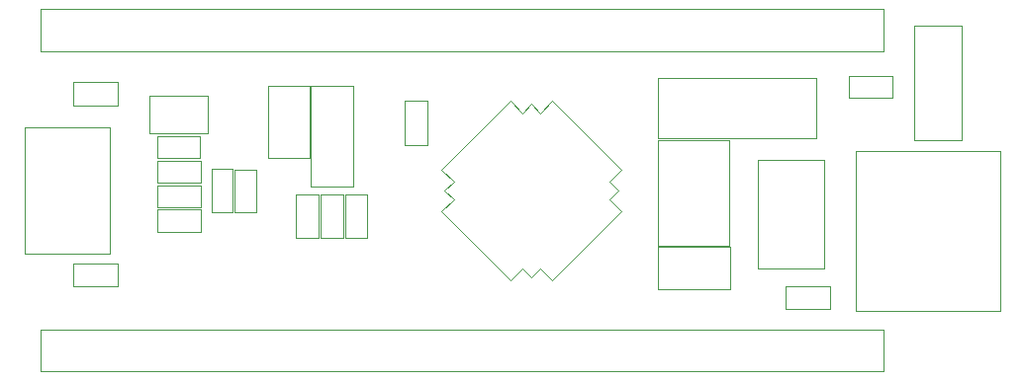
<source format=gbr>
%TF.GenerationSoftware,KiCad,Pcbnew,(5.1.10)-1*%
%TF.CreationDate,2021-08-29T21:18:51+07:00*%
%TF.ProjectId,stm32f405rgt6_Mini,73746d33-3266-4343-9035-726774365f4d,rev?*%
%TF.SameCoordinates,Original*%
%TF.FileFunction,Other,User*%
%FSLAX46Y46*%
G04 Gerber Fmt 4.6, Leading zero omitted, Abs format (unit mm)*
G04 Created by KiCad (PCBNEW (5.1.10)-1) date 2021-08-29 21:18:51*
%MOMM*%
%LPD*%
G01*
G04 APERTURE LIST*
%ADD10C,0.050000*%
%ADD11C,0.100000*%
G04 APERTURE END LIST*
D10*
%TO.C,C2*%
X95866780Y-98036780D02*
X93906780Y-98036780D01*
X93906780Y-98036780D02*
X93906780Y-94276780D01*
X93906780Y-94276780D02*
X95866780Y-94276780D01*
X95866780Y-94276780D02*
X95866780Y-98036780D01*
%TO.C,C4*%
X74939760Y-102204080D02*
X74939760Y-100244080D01*
X74939760Y-100244080D02*
X78699760Y-100244080D01*
X78699760Y-100244080D02*
X78699760Y-102204080D01*
X78699760Y-102204080D02*
X74939760Y-102204080D01*
%TO.C,C5*%
X81416200Y-89052200D02*
X81416200Y-85852200D01*
X81416200Y-85852200D02*
X86376200Y-85852200D01*
X86376200Y-85852200D02*
X86376200Y-89052200D01*
X86376200Y-89052200D02*
X81416200Y-89052200D01*
%TO.C,C6*%
X78689600Y-84699280D02*
X78689600Y-86659280D01*
X78689600Y-86659280D02*
X74929600Y-86659280D01*
X74929600Y-86659280D02*
X74929600Y-84699280D01*
X74929600Y-84699280D02*
X78689600Y-84699280D01*
%TO.C,C14*%
X135897220Y-104172580D02*
X135897220Y-102212580D01*
X135897220Y-102212580D02*
X139657220Y-102212580D01*
X139657220Y-102212580D02*
X139657220Y-104172580D01*
X139657220Y-104172580D02*
X135897220Y-104172580D01*
%TO.C,C16*%
X105247000Y-90068800D02*
X103287000Y-90068800D01*
X103287000Y-90068800D02*
X103287000Y-86308800D01*
X103287000Y-86308800D02*
X105247000Y-86308800D01*
X105247000Y-86308800D02*
X105247000Y-90068800D01*
%TO.C,C17*%
X97992760Y-98046940D02*
X96032760Y-98046940D01*
X96032760Y-98046940D02*
X96032760Y-94286940D01*
X96032760Y-94286940D02*
X97992760Y-94286940D01*
X97992760Y-94286940D02*
X97992760Y-98046940D01*
%TO.C,PC13_LED*%
X141256620Y-84197620D02*
X145016620Y-84197620D01*
X141256620Y-85997620D02*
X141256620Y-84197620D01*
X145016620Y-85997620D02*
X141256620Y-85997620D01*
X145016620Y-84197620D02*
X145016620Y-85997620D01*
%TO.C,PWR*%
X86727460Y-92120320D02*
X88527460Y-92120320D01*
X88527460Y-92120320D02*
X88527460Y-95880320D01*
X88527460Y-95880320D02*
X86727460Y-95880320D01*
X86727460Y-95880320D02*
X86727460Y-92120320D01*
%TO.C,SWD PROG*%
X141854780Y-90551860D02*
X141854780Y-104301860D01*
X141854780Y-104301860D02*
X154204780Y-104301860D01*
X154204780Y-104301860D02*
X154204780Y-90551860D01*
X154204780Y-90551860D02*
X141854780Y-90551860D01*
%TO.C,USB*%
X78045760Y-88600320D02*
X70745760Y-88600320D01*
X70745760Y-88600320D02*
X70745760Y-99400320D01*
X70745760Y-99400320D02*
X78045760Y-99400320D01*
X78045760Y-99400320D02*
X78045760Y-88600320D01*
%TO.C,VBat*%
X124933300Y-98847500D02*
X124933300Y-102447500D01*
X131083300Y-98847500D02*
X124933300Y-98847500D01*
X131083300Y-102447500D02*
X131083300Y-98847500D01*
X124933300Y-102447500D02*
X131083300Y-102447500D01*
%TO.C,5V_IN*%
X91545000Y-85017200D02*
X91545000Y-91167200D01*
X91545000Y-91167200D02*
X95145000Y-91167200D01*
X95145000Y-91167200D02*
X95145000Y-85017200D01*
X95145000Y-85017200D02*
X91545000Y-85017200D01*
%TO.C,R1*%
X85797000Y-93532920D02*
X85797000Y-95432920D01*
X85797000Y-95432920D02*
X82097000Y-95432920D01*
X82097000Y-95432920D02*
X82097000Y-93532920D01*
X82097000Y-93532920D02*
X85797000Y-93532920D01*
%TO.C,R2*%
X82086840Y-91429800D02*
X85786840Y-91429800D01*
X82086840Y-93329800D02*
X82086840Y-91429800D01*
X85786840Y-93329800D02*
X82086840Y-93329800D01*
X85786840Y-91429800D02*
X85786840Y-93329800D01*
%TO.C,R4*%
X85771600Y-89321600D02*
X85771600Y-91221600D01*
X85771600Y-91221600D02*
X82071600Y-91221600D01*
X82071600Y-91221600D02*
X82071600Y-89321600D01*
X82071600Y-89321600D02*
X85771600Y-89321600D01*
%TO.C,R5*%
X82097000Y-95620800D02*
X85797000Y-95620800D01*
X82097000Y-97520800D02*
X82097000Y-95620800D01*
X85797000Y-97520800D02*
X82097000Y-97520800D01*
X85797000Y-95620800D02*
X85797000Y-97520800D01*
%TO.C,R6*%
X88684060Y-92173180D02*
X90584060Y-92173180D01*
X90584060Y-92173180D02*
X90584060Y-95873180D01*
X90584060Y-95873180D02*
X88684060Y-95873180D01*
X88684060Y-95873180D02*
X88684060Y-92173180D01*
%TO.C,R9*%
X100070960Y-94309320D02*
X100070960Y-98009320D01*
X98170960Y-94309320D02*
X100070960Y-94309320D01*
X98170960Y-98009320D02*
X98170960Y-94309320D01*
X100070960Y-98009320D02*
X98170960Y-98009320D01*
%TO.C,STM32F405RG*%
X118840414Y-98723616D02*
X121774908Y-95789123D01*
X121774908Y-95789123D02*
X120749603Y-94763818D01*
X120749603Y-94763818D02*
X121527420Y-93986001D01*
X121527420Y-93986001D02*
X120749603Y-93208184D01*
X120749603Y-93208184D02*
X121774908Y-92182879D01*
X121774908Y-92182879D02*
X118840414Y-89248386D01*
X118840414Y-98723616D02*
X115905921Y-101658110D01*
X115905921Y-101658110D02*
X114880616Y-100632805D01*
X114880616Y-100632805D02*
X114102799Y-101410622D01*
X114102799Y-101410622D02*
X113324982Y-100632805D01*
X113324982Y-100632805D02*
X112299677Y-101658110D01*
X112299677Y-101658110D02*
X109365184Y-98723616D01*
X109365184Y-89248386D02*
X112299677Y-86313892D01*
X112299677Y-86313892D02*
X113324982Y-87339197D01*
X113324982Y-87339197D02*
X114102799Y-86561380D01*
X114102799Y-86561380D02*
X114880616Y-87339197D01*
X114880616Y-87339197D02*
X115905921Y-86313892D01*
X115905921Y-86313892D02*
X118840414Y-89248386D01*
X109365184Y-89248386D02*
X106430690Y-92182879D01*
X106430690Y-92182879D02*
X107455995Y-93208184D01*
X107455995Y-93208184D02*
X106678178Y-93986001D01*
X106678178Y-93986001D02*
X107455995Y-94763818D01*
X107455995Y-94763818D02*
X106430690Y-95789123D01*
X106430690Y-95789123D02*
X109365184Y-98723616D01*
%TO.C,8-25MHz*%
X138499000Y-89518800D02*
X138499000Y-84318800D01*
X138499000Y-84318800D02*
X124899000Y-84318800D01*
X124899000Y-84318800D02*
X124899000Y-89518800D01*
X124899000Y-89518800D02*
X138499000Y-89518800D01*
D11*
%TO.C,32.768KHz*%
X124940600Y-98695900D02*
X124940600Y-89695900D01*
X124940600Y-89695900D02*
X131040600Y-89695900D01*
X131040600Y-89695900D02*
X131040600Y-98695900D01*
X131040600Y-98695900D02*
X124940600Y-98695900D01*
D10*
%TO.C,W25Qxx*%
X139181800Y-100636600D02*
X139181800Y-91336600D01*
X133461800Y-100636600D02*
X139181800Y-100636600D01*
X133461800Y-91336600D02*
X133461800Y-100636600D01*
X139181800Y-91336600D02*
X133461800Y-91336600D01*
%TO.C,RESET*%
X150927020Y-79849640D02*
X150927020Y-89649640D01*
X150927020Y-89649640D02*
X146827020Y-89649640D01*
X146827020Y-89649640D02*
X146827020Y-79849640D01*
X146827020Y-79849640D02*
X150927020Y-79849640D01*
%TO.C,BOOT0*%
X98853400Y-93671800D02*
X98853400Y-85021800D01*
X98853400Y-85021800D02*
X95253400Y-85021800D01*
X95253400Y-85021800D02*
X95253400Y-93671800D01*
X95253400Y-93671800D02*
X98853400Y-93671800D01*
%TO.C,.*%
X144258440Y-82003040D02*
X144258440Y-78403040D01*
X72108440Y-82003040D02*
X144258440Y-82003040D01*
X72108440Y-78403040D02*
X72108440Y-82003040D01*
X144258440Y-78403040D02*
X72108440Y-78403040D01*
X72124160Y-109516320D02*
X144274160Y-109516320D01*
X144274160Y-109516320D02*
X144274160Y-105916320D01*
X144274160Y-105916320D02*
X72124160Y-105916320D01*
X72124160Y-105916320D02*
X72124160Y-109516320D01*
%TD*%
M02*

</source>
